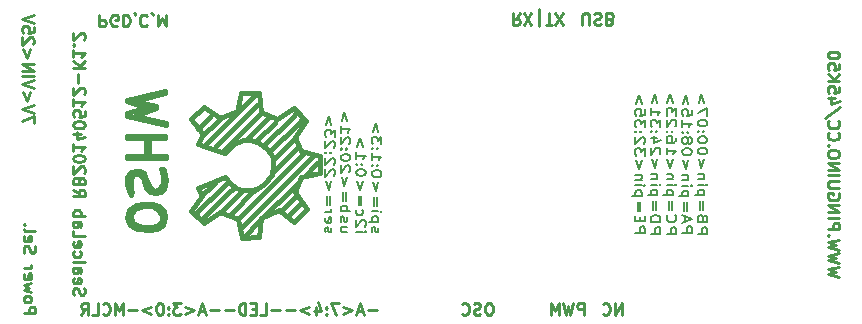
<source format=gbo>
%FSLAX34Y34*%
G04 Gerber Fmt 3.4, Leading zero omitted, Abs format*
G04 (created by PCBNEW (2014-04-11 BZR 4798)-product) date mar. 20 mai 2014 10:15:50 CEST*
%MOIN*%
G01*
G70*
G90*
G04 APERTURE LIST*
%ADD10C,0.003937*%
%ADD11C,0.007874*%
%ADD12C,0.009843*%
%ADD13C,0.015000*%
G04 APERTURE END LIST*
G54D10*
G54D11*
X82752Y-57525D02*
X82737Y-57487D01*
X82737Y-57412D01*
X82752Y-57375D01*
X82782Y-57356D01*
X82797Y-57356D01*
X82827Y-57375D01*
X82842Y-57412D01*
X82842Y-57468D01*
X82857Y-57506D01*
X82887Y-57525D01*
X82902Y-57525D01*
X82932Y-57506D01*
X82947Y-57468D01*
X82947Y-57412D01*
X82932Y-57375D01*
X82947Y-57187D02*
X82632Y-57187D01*
X82932Y-57187D02*
X82947Y-57150D01*
X82947Y-57075D01*
X82932Y-57037D01*
X82917Y-57018D01*
X82887Y-57000D01*
X82797Y-57000D01*
X82767Y-57018D01*
X82752Y-57037D01*
X82737Y-57075D01*
X82737Y-57150D01*
X82752Y-57187D01*
X82737Y-56831D02*
X82947Y-56831D01*
X83052Y-56831D02*
X83037Y-56850D01*
X83022Y-56831D01*
X83037Y-56812D01*
X83052Y-56831D01*
X83022Y-56831D01*
X82902Y-56643D02*
X82902Y-56343D01*
X82812Y-56343D02*
X82812Y-56643D01*
X82947Y-55856D02*
X82857Y-56156D01*
X82767Y-55856D01*
X83052Y-55594D02*
X83052Y-55556D01*
X83037Y-55519D01*
X83022Y-55500D01*
X82992Y-55481D01*
X82932Y-55462D01*
X82857Y-55462D01*
X82797Y-55481D01*
X82767Y-55500D01*
X82752Y-55519D01*
X82737Y-55556D01*
X82737Y-55594D01*
X82752Y-55631D01*
X82767Y-55650D01*
X82797Y-55668D01*
X82857Y-55687D01*
X82932Y-55687D01*
X82992Y-55668D01*
X83022Y-55650D01*
X83037Y-55631D01*
X83052Y-55594D01*
X82767Y-55294D02*
X82752Y-55275D01*
X82737Y-55294D01*
X82752Y-55312D01*
X82767Y-55294D01*
X82737Y-55294D01*
X82932Y-55294D02*
X82917Y-55275D01*
X82902Y-55294D01*
X82917Y-55312D01*
X82932Y-55294D01*
X82902Y-55294D01*
X82737Y-54900D02*
X82737Y-55125D01*
X82737Y-55012D02*
X83052Y-55012D01*
X83007Y-55050D01*
X82977Y-55087D01*
X82962Y-55125D01*
X82767Y-54731D02*
X82752Y-54712D01*
X82737Y-54731D01*
X82752Y-54750D01*
X82767Y-54731D01*
X82737Y-54731D01*
X82932Y-54731D02*
X82917Y-54712D01*
X82902Y-54731D01*
X82917Y-54750D01*
X82932Y-54731D01*
X82902Y-54731D01*
X83052Y-54581D02*
X83052Y-54337D01*
X82932Y-54469D01*
X82932Y-54412D01*
X82917Y-54375D01*
X82902Y-54356D01*
X82872Y-54337D01*
X82797Y-54337D01*
X82767Y-54356D01*
X82752Y-54375D01*
X82737Y-54412D01*
X82737Y-54525D01*
X82752Y-54562D01*
X82767Y-54581D01*
X82947Y-54169D02*
X82857Y-53869D01*
X82767Y-54169D01*
X82217Y-57506D02*
X82427Y-57506D01*
X82532Y-57506D02*
X82517Y-57525D01*
X82502Y-57506D01*
X82517Y-57487D01*
X82532Y-57506D01*
X82502Y-57506D01*
X82502Y-57337D02*
X82517Y-57318D01*
X82532Y-57281D01*
X82532Y-57187D01*
X82517Y-57150D01*
X82502Y-57131D01*
X82472Y-57112D01*
X82442Y-57112D01*
X82397Y-57131D01*
X82217Y-57356D01*
X82217Y-57112D01*
X82232Y-56775D02*
X82217Y-56812D01*
X82217Y-56887D01*
X82232Y-56925D01*
X82247Y-56943D01*
X82277Y-56962D01*
X82367Y-56962D01*
X82397Y-56943D01*
X82412Y-56925D01*
X82427Y-56887D01*
X82427Y-56812D01*
X82412Y-56775D01*
X82382Y-56606D02*
X82382Y-56306D01*
X82292Y-56306D02*
X82292Y-56606D01*
X82427Y-55818D02*
X82337Y-56118D01*
X82247Y-55818D01*
X82532Y-55556D02*
X82532Y-55519D01*
X82517Y-55481D01*
X82502Y-55462D01*
X82472Y-55444D01*
X82412Y-55425D01*
X82337Y-55425D01*
X82277Y-55444D01*
X82247Y-55462D01*
X82232Y-55481D01*
X82217Y-55519D01*
X82217Y-55556D01*
X82232Y-55594D01*
X82247Y-55612D01*
X82277Y-55631D01*
X82337Y-55650D01*
X82412Y-55650D01*
X82472Y-55631D01*
X82502Y-55612D01*
X82517Y-55594D01*
X82532Y-55556D01*
X82247Y-55256D02*
X82232Y-55237D01*
X82217Y-55256D01*
X82232Y-55275D01*
X82247Y-55256D01*
X82217Y-55256D01*
X82412Y-55256D02*
X82397Y-55237D01*
X82382Y-55256D01*
X82397Y-55275D01*
X82412Y-55256D01*
X82382Y-55256D01*
X82217Y-54862D02*
X82217Y-55087D01*
X82217Y-54975D02*
X82532Y-54975D01*
X82487Y-55012D01*
X82457Y-55050D01*
X82442Y-55087D01*
X82427Y-54694D02*
X82337Y-54394D01*
X82247Y-54694D01*
X81907Y-57337D02*
X81697Y-57337D01*
X81907Y-57506D02*
X81742Y-57506D01*
X81712Y-57487D01*
X81697Y-57450D01*
X81697Y-57393D01*
X81712Y-57356D01*
X81727Y-57337D01*
X81712Y-57168D02*
X81697Y-57131D01*
X81697Y-57056D01*
X81712Y-57018D01*
X81742Y-57000D01*
X81757Y-57000D01*
X81787Y-57018D01*
X81802Y-57056D01*
X81802Y-57112D01*
X81817Y-57150D01*
X81847Y-57168D01*
X81862Y-57168D01*
X81892Y-57150D01*
X81907Y-57112D01*
X81907Y-57056D01*
X81892Y-57018D01*
X81697Y-56831D02*
X82012Y-56831D01*
X81892Y-56831D02*
X81907Y-56793D01*
X81907Y-56718D01*
X81892Y-56681D01*
X81877Y-56662D01*
X81847Y-56643D01*
X81757Y-56643D01*
X81727Y-56662D01*
X81712Y-56681D01*
X81697Y-56718D01*
X81697Y-56793D01*
X81712Y-56831D01*
X81862Y-56475D02*
X81862Y-56175D01*
X81772Y-56175D02*
X81772Y-56475D01*
X81907Y-55687D02*
X81817Y-55987D01*
X81727Y-55687D01*
X81982Y-55519D02*
X81997Y-55500D01*
X82012Y-55462D01*
X82012Y-55369D01*
X81997Y-55331D01*
X81982Y-55312D01*
X81952Y-55294D01*
X81922Y-55294D01*
X81877Y-55312D01*
X81697Y-55537D01*
X81697Y-55294D01*
X82012Y-55050D02*
X82012Y-55012D01*
X81997Y-54975D01*
X81982Y-54956D01*
X81952Y-54937D01*
X81892Y-54919D01*
X81817Y-54919D01*
X81757Y-54937D01*
X81727Y-54956D01*
X81712Y-54975D01*
X81697Y-55012D01*
X81697Y-55050D01*
X81712Y-55087D01*
X81727Y-55106D01*
X81757Y-55125D01*
X81817Y-55144D01*
X81892Y-55144D01*
X81952Y-55125D01*
X81982Y-55106D01*
X81997Y-55087D01*
X82012Y-55050D01*
X81727Y-54750D02*
X81712Y-54731D01*
X81697Y-54750D01*
X81712Y-54769D01*
X81727Y-54750D01*
X81697Y-54750D01*
X81892Y-54750D02*
X81877Y-54731D01*
X81862Y-54750D01*
X81877Y-54769D01*
X81892Y-54750D01*
X81862Y-54750D01*
X81982Y-54581D02*
X81997Y-54562D01*
X82012Y-54525D01*
X82012Y-54431D01*
X81997Y-54394D01*
X81982Y-54375D01*
X81952Y-54356D01*
X81922Y-54356D01*
X81877Y-54375D01*
X81697Y-54600D01*
X81697Y-54356D01*
X81697Y-53981D02*
X81697Y-54206D01*
X81697Y-54094D02*
X82012Y-54094D01*
X81967Y-54131D01*
X81937Y-54169D01*
X81922Y-54206D01*
X81907Y-53812D02*
X81817Y-53513D01*
X81727Y-53812D01*
X81192Y-57525D02*
X81177Y-57487D01*
X81177Y-57412D01*
X81192Y-57375D01*
X81222Y-57356D01*
X81237Y-57356D01*
X81267Y-57375D01*
X81282Y-57412D01*
X81282Y-57468D01*
X81297Y-57506D01*
X81327Y-57525D01*
X81342Y-57525D01*
X81372Y-57506D01*
X81387Y-57468D01*
X81387Y-57412D01*
X81372Y-57375D01*
X81192Y-57037D02*
X81177Y-57075D01*
X81177Y-57150D01*
X81192Y-57187D01*
X81222Y-57206D01*
X81342Y-57206D01*
X81372Y-57187D01*
X81387Y-57150D01*
X81387Y-57075D01*
X81372Y-57037D01*
X81342Y-57018D01*
X81312Y-57018D01*
X81282Y-57206D01*
X81177Y-56850D02*
X81387Y-56850D01*
X81327Y-56850D02*
X81357Y-56831D01*
X81372Y-56812D01*
X81387Y-56775D01*
X81387Y-56737D01*
X81342Y-56606D02*
X81342Y-56306D01*
X81252Y-56306D02*
X81252Y-56606D01*
X81387Y-55818D02*
X81297Y-56118D01*
X81207Y-55818D01*
X81462Y-55650D02*
X81477Y-55631D01*
X81492Y-55594D01*
X81492Y-55500D01*
X81477Y-55462D01*
X81462Y-55444D01*
X81432Y-55425D01*
X81402Y-55425D01*
X81357Y-55444D01*
X81177Y-55668D01*
X81177Y-55425D01*
X81462Y-55275D02*
X81477Y-55256D01*
X81492Y-55219D01*
X81492Y-55125D01*
X81477Y-55087D01*
X81462Y-55069D01*
X81432Y-55050D01*
X81402Y-55050D01*
X81357Y-55069D01*
X81177Y-55294D01*
X81177Y-55050D01*
X81207Y-54881D02*
X81192Y-54862D01*
X81177Y-54881D01*
X81192Y-54900D01*
X81207Y-54881D01*
X81177Y-54881D01*
X81372Y-54881D02*
X81357Y-54862D01*
X81342Y-54881D01*
X81357Y-54900D01*
X81372Y-54881D01*
X81342Y-54881D01*
X81462Y-54712D02*
X81477Y-54694D01*
X81492Y-54656D01*
X81492Y-54562D01*
X81477Y-54525D01*
X81462Y-54506D01*
X81432Y-54487D01*
X81402Y-54487D01*
X81357Y-54506D01*
X81177Y-54731D01*
X81177Y-54487D01*
X81492Y-54356D02*
X81492Y-54112D01*
X81372Y-54244D01*
X81372Y-54187D01*
X81357Y-54150D01*
X81342Y-54131D01*
X81312Y-54112D01*
X81237Y-54112D01*
X81207Y-54131D01*
X81192Y-54150D01*
X81177Y-54187D01*
X81177Y-54300D01*
X81192Y-54337D01*
X81207Y-54356D01*
X81387Y-53944D02*
X81297Y-53644D01*
X81207Y-53944D01*
G54D12*
X91059Y-60278D02*
X91059Y-59884D01*
X90834Y-60278D01*
X90834Y-59884D01*
X90421Y-60240D02*
X90440Y-60259D01*
X90496Y-60278D01*
X90534Y-60278D01*
X90590Y-60259D01*
X90628Y-60221D01*
X90646Y-60184D01*
X90665Y-60109D01*
X90665Y-60053D01*
X90646Y-59978D01*
X90628Y-59940D01*
X90590Y-59903D01*
X90534Y-59884D01*
X90496Y-59884D01*
X90440Y-59903D01*
X90421Y-59921D01*
X73643Y-50271D02*
X73643Y-50665D01*
X73793Y-50665D01*
X73831Y-50646D01*
X73850Y-50628D01*
X73868Y-50590D01*
X73868Y-50534D01*
X73850Y-50496D01*
X73831Y-50478D01*
X73793Y-50459D01*
X73643Y-50459D01*
X74243Y-50646D02*
X74206Y-50665D01*
X74150Y-50665D01*
X74093Y-50646D01*
X74056Y-50609D01*
X74037Y-50571D01*
X74018Y-50496D01*
X74018Y-50440D01*
X74037Y-50365D01*
X74056Y-50328D01*
X74093Y-50290D01*
X74150Y-50271D01*
X74187Y-50271D01*
X74243Y-50290D01*
X74262Y-50309D01*
X74262Y-50440D01*
X74187Y-50440D01*
X74431Y-50271D02*
X74431Y-50665D01*
X74525Y-50665D01*
X74581Y-50646D01*
X74618Y-50609D01*
X74637Y-50571D01*
X74656Y-50496D01*
X74656Y-50440D01*
X74637Y-50365D01*
X74618Y-50328D01*
X74581Y-50290D01*
X74525Y-50271D01*
X74431Y-50271D01*
X74843Y-50290D02*
X74843Y-50271D01*
X74824Y-50234D01*
X74806Y-50215D01*
X75237Y-50309D02*
X75218Y-50290D01*
X75162Y-50271D01*
X75124Y-50271D01*
X75068Y-50290D01*
X75031Y-50328D01*
X75012Y-50365D01*
X74993Y-50440D01*
X74993Y-50496D01*
X75012Y-50571D01*
X75031Y-50609D01*
X75068Y-50646D01*
X75124Y-50665D01*
X75162Y-50665D01*
X75218Y-50646D01*
X75237Y-50628D01*
X75424Y-50290D02*
X75424Y-50271D01*
X75406Y-50234D01*
X75387Y-50215D01*
X75593Y-50271D02*
X75593Y-50665D01*
X75724Y-50384D01*
X75856Y-50665D01*
X75856Y-50271D01*
X89753Y-50615D02*
X89753Y-50296D01*
X89771Y-50259D01*
X89790Y-50240D01*
X89828Y-50221D01*
X89903Y-50221D01*
X89940Y-50240D01*
X89959Y-50259D01*
X89978Y-50296D01*
X89978Y-50615D01*
X90146Y-50240D02*
X90203Y-50221D01*
X90296Y-50221D01*
X90334Y-50240D01*
X90353Y-50259D01*
X90371Y-50296D01*
X90371Y-50334D01*
X90353Y-50371D01*
X90334Y-50390D01*
X90296Y-50409D01*
X90221Y-50428D01*
X90184Y-50446D01*
X90165Y-50465D01*
X90146Y-50503D01*
X90146Y-50540D01*
X90165Y-50578D01*
X90184Y-50596D01*
X90221Y-50615D01*
X90315Y-50615D01*
X90371Y-50596D01*
X90671Y-50428D02*
X90728Y-50409D01*
X90746Y-50390D01*
X90765Y-50353D01*
X90765Y-50296D01*
X90746Y-50259D01*
X90728Y-50240D01*
X90690Y-50221D01*
X90540Y-50221D01*
X90540Y-50615D01*
X90671Y-50615D01*
X90709Y-50596D01*
X90728Y-50578D01*
X90746Y-50540D01*
X90746Y-50503D01*
X90728Y-50465D01*
X90709Y-50446D01*
X90671Y-50428D01*
X90540Y-50428D01*
G54D11*
X93596Y-57574D02*
X93911Y-57574D01*
X93911Y-57424D01*
X93896Y-57387D01*
X93881Y-57368D01*
X93851Y-57349D01*
X93806Y-57349D01*
X93776Y-57368D01*
X93761Y-57387D01*
X93746Y-57424D01*
X93746Y-57574D01*
X93761Y-57049D02*
X93746Y-56993D01*
X93731Y-56974D01*
X93701Y-56956D01*
X93656Y-56956D01*
X93626Y-56974D01*
X93611Y-56993D01*
X93596Y-57031D01*
X93596Y-57181D01*
X93911Y-57181D01*
X93911Y-57049D01*
X93896Y-57012D01*
X93881Y-56993D01*
X93851Y-56974D01*
X93821Y-56974D01*
X93791Y-56993D01*
X93776Y-57012D01*
X93761Y-57049D01*
X93761Y-57181D01*
X93761Y-56787D02*
X93761Y-56487D01*
X93671Y-56487D02*
X93671Y-56787D01*
X93806Y-56299D02*
X93491Y-56299D01*
X93791Y-56299D02*
X93806Y-56262D01*
X93806Y-56187D01*
X93791Y-56149D01*
X93776Y-56131D01*
X93746Y-56112D01*
X93656Y-56112D01*
X93626Y-56131D01*
X93611Y-56149D01*
X93596Y-56187D01*
X93596Y-56262D01*
X93611Y-56299D01*
X93596Y-55943D02*
X93806Y-55943D01*
X93911Y-55943D02*
X93896Y-55962D01*
X93881Y-55943D01*
X93896Y-55924D01*
X93911Y-55943D01*
X93881Y-55943D01*
X93806Y-55756D02*
X93596Y-55756D01*
X93776Y-55756D02*
X93791Y-55737D01*
X93806Y-55699D01*
X93806Y-55643D01*
X93791Y-55606D01*
X93761Y-55587D01*
X93596Y-55587D01*
X93806Y-55100D02*
X93716Y-55399D01*
X93626Y-55100D01*
X93911Y-54837D02*
X93911Y-54800D01*
X93896Y-54762D01*
X93881Y-54743D01*
X93851Y-54725D01*
X93791Y-54706D01*
X93716Y-54706D01*
X93656Y-54725D01*
X93626Y-54743D01*
X93611Y-54762D01*
X93596Y-54800D01*
X93596Y-54837D01*
X93611Y-54875D01*
X93626Y-54893D01*
X93656Y-54912D01*
X93716Y-54931D01*
X93791Y-54931D01*
X93851Y-54912D01*
X93881Y-54893D01*
X93896Y-54875D01*
X93911Y-54837D01*
X93911Y-54462D02*
X93911Y-54425D01*
X93896Y-54387D01*
X93881Y-54368D01*
X93851Y-54350D01*
X93791Y-54331D01*
X93716Y-54331D01*
X93656Y-54350D01*
X93626Y-54368D01*
X93611Y-54387D01*
X93596Y-54425D01*
X93596Y-54462D01*
X93611Y-54500D01*
X93626Y-54518D01*
X93656Y-54537D01*
X93716Y-54556D01*
X93791Y-54556D01*
X93851Y-54537D01*
X93881Y-54518D01*
X93896Y-54500D01*
X93911Y-54462D01*
X93626Y-54162D02*
X93611Y-54143D01*
X93596Y-54162D01*
X93611Y-54181D01*
X93626Y-54162D01*
X93596Y-54162D01*
X93791Y-54162D02*
X93776Y-54143D01*
X93761Y-54162D01*
X93776Y-54181D01*
X93791Y-54162D01*
X93761Y-54162D01*
X93911Y-53900D02*
X93911Y-53862D01*
X93896Y-53825D01*
X93881Y-53806D01*
X93851Y-53787D01*
X93791Y-53768D01*
X93716Y-53768D01*
X93656Y-53787D01*
X93626Y-53806D01*
X93611Y-53825D01*
X93596Y-53862D01*
X93596Y-53900D01*
X93611Y-53937D01*
X93626Y-53956D01*
X93656Y-53975D01*
X93716Y-53993D01*
X93791Y-53993D01*
X93851Y-53975D01*
X93881Y-53956D01*
X93896Y-53937D01*
X93911Y-53900D01*
X93911Y-53637D02*
X93911Y-53375D01*
X93596Y-53543D01*
X93806Y-53225D02*
X93716Y-52925D01*
X93626Y-53225D01*
X93077Y-57546D02*
X93392Y-57546D01*
X93392Y-57396D01*
X93377Y-57359D01*
X93362Y-57340D01*
X93332Y-57321D01*
X93287Y-57321D01*
X93257Y-57340D01*
X93242Y-57359D01*
X93227Y-57396D01*
X93227Y-57546D01*
X93167Y-57171D02*
X93167Y-56984D01*
X93077Y-57209D02*
X93392Y-57077D01*
X93077Y-56946D01*
X93242Y-56815D02*
X93242Y-56515D01*
X93152Y-56515D02*
X93152Y-56815D01*
X93287Y-56327D02*
X92972Y-56327D01*
X93272Y-56327D02*
X93287Y-56290D01*
X93287Y-56215D01*
X93272Y-56178D01*
X93257Y-56159D01*
X93227Y-56140D01*
X93137Y-56140D01*
X93107Y-56159D01*
X93092Y-56178D01*
X93077Y-56215D01*
X93077Y-56290D01*
X93092Y-56327D01*
X93077Y-55971D02*
X93287Y-55971D01*
X93392Y-55971D02*
X93377Y-55990D01*
X93362Y-55971D01*
X93377Y-55953D01*
X93392Y-55971D01*
X93362Y-55971D01*
X93287Y-55784D02*
X93077Y-55784D01*
X93257Y-55784D02*
X93272Y-55765D01*
X93287Y-55728D01*
X93287Y-55671D01*
X93272Y-55634D01*
X93242Y-55615D01*
X93077Y-55615D01*
X93287Y-55128D02*
X93197Y-55428D01*
X93107Y-55128D01*
X93392Y-54865D02*
X93392Y-54828D01*
X93377Y-54790D01*
X93362Y-54771D01*
X93332Y-54753D01*
X93272Y-54734D01*
X93197Y-54734D01*
X93137Y-54753D01*
X93107Y-54771D01*
X93092Y-54790D01*
X93077Y-54828D01*
X93077Y-54865D01*
X93092Y-54903D01*
X93107Y-54921D01*
X93137Y-54940D01*
X93197Y-54959D01*
X93272Y-54959D01*
X93332Y-54940D01*
X93362Y-54921D01*
X93377Y-54903D01*
X93392Y-54865D01*
X93257Y-54509D02*
X93272Y-54546D01*
X93287Y-54565D01*
X93317Y-54584D01*
X93332Y-54584D01*
X93362Y-54565D01*
X93377Y-54546D01*
X93392Y-54509D01*
X93392Y-54434D01*
X93377Y-54396D01*
X93362Y-54378D01*
X93332Y-54359D01*
X93317Y-54359D01*
X93287Y-54378D01*
X93272Y-54396D01*
X93257Y-54434D01*
X93257Y-54509D01*
X93242Y-54546D01*
X93227Y-54565D01*
X93197Y-54584D01*
X93137Y-54584D01*
X93107Y-54565D01*
X93092Y-54546D01*
X93077Y-54509D01*
X93077Y-54434D01*
X93092Y-54396D01*
X93107Y-54378D01*
X93137Y-54359D01*
X93197Y-54359D01*
X93227Y-54378D01*
X93242Y-54396D01*
X93257Y-54434D01*
X93107Y-54190D02*
X93092Y-54172D01*
X93077Y-54190D01*
X93092Y-54209D01*
X93107Y-54190D01*
X93077Y-54190D01*
X93272Y-54190D02*
X93257Y-54172D01*
X93242Y-54190D01*
X93257Y-54209D01*
X93272Y-54190D01*
X93242Y-54190D01*
X93077Y-53797D02*
X93077Y-54022D01*
X93077Y-53909D02*
X93392Y-53909D01*
X93347Y-53947D01*
X93317Y-53984D01*
X93302Y-54022D01*
X93392Y-53440D02*
X93392Y-53628D01*
X93242Y-53647D01*
X93257Y-53628D01*
X93272Y-53590D01*
X93272Y-53497D01*
X93257Y-53459D01*
X93242Y-53440D01*
X93212Y-53422D01*
X93137Y-53422D01*
X93107Y-53440D01*
X93092Y-53459D01*
X93077Y-53497D01*
X93077Y-53590D01*
X93092Y-53628D01*
X93107Y-53647D01*
X93287Y-53253D02*
X93197Y-52953D01*
X93107Y-53253D01*
X92557Y-57574D02*
X92872Y-57574D01*
X92872Y-57424D01*
X92857Y-57387D01*
X92842Y-57368D01*
X92812Y-57349D01*
X92767Y-57349D01*
X92737Y-57368D01*
X92722Y-57387D01*
X92707Y-57424D01*
X92707Y-57574D01*
X92587Y-56956D02*
X92572Y-56974D01*
X92557Y-57031D01*
X92557Y-57068D01*
X92572Y-57124D01*
X92602Y-57162D01*
X92632Y-57181D01*
X92692Y-57199D01*
X92737Y-57199D01*
X92797Y-57181D01*
X92827Y-57162D01*
X92857Y-57124D01*
X92872Y-57068D01*
X92872Y-57031D01*
X92857Y-56974D01*
X92842Y-56956D01*
X92722Y-56787D02*
X92722Y-56487D01*
X92632Y-56487D02*
X92632Y-56787D01*
X92767Y-56299D02*
X92452Y-56299D01*
X92752Y-56299D02*
X92767Y-56262D01*
X92767Y-56187D01*
X92752Y-56149D01*
X92737Y-56131D01*
X92707Y-56112D01*
X92617Y-56112D01*
X92587Y-56131D01*
X92572Y-56149D01*
X92557Y-56187D01*
X92557Y-56262D01*
X92572Y-56299D01*
X92557Y-55943D02*
X92767Y-55943D01*
X92872Y-55943D02*
X92857Y-55962D01*
X92842Y-55943D01*
X92857Y-55924D01*
X92872Y-55943D01*
X92842Y-55943D01*
X92767Y-55756D02*
X92557Y-55756D01*
X92737Y-55756D02*
X92752Y-55737D01*
X92767Y-55699D01*
X92767Y-55643D01*
X92752Y-55606D01*
X92722Y-55587D01*
X92557Y-55587D01*
X92767Y-55100D02*
X92677Y-55399D01*
X92587Y-55100D01*
X92557Y-54706D02*
X92557Y-54931D01*
X92557Y-54818D02*
X92872Y-54818D01*
X92827Y-54856D01*
X92797Y-54893D01*
X92782Y-54931D01*
X92872Y-54368D02*
X92872Y-54443D01*
X92857Y-54481D01*
X92842Y-54500D01*
X92797Y-54537D01*
X92737Y-54556D01*
X92617Y-54556D01*
X92587Y-54537D01*
X92572Y-54518D01*
X92557Y-54481D01*
X92557Y-54406D01*
X92572Y-54368D01*
X92587Y-54350D01*
X92617Y-54331D01*
X92692Y-54331D01*
X92722Y-54350D01*
X92737Y-54368D01*
X92752Y-54406D01*
X92752Y-54481D01*
X92737Y-54518D01*
X92722Y-54537D01*
X92692Y-54556D01*
X92587Y-54162D02*
X92572Y-54143D01*
X92557Y-54162D01*
X92572Y-54181D01*
X92587Y-54162D01*
X92557Y-54162D01*
X92752Y-54162D02*
X92737Y-54143D01*
X92722Y-54162D01*
X92737Y-54181D01*
X92752Y-54162D01*
X92722Y-54162D01*
X92842Y-53993D02*
X92857Y-53975D01*
X92872Y-53937D01*
X92872Y-53843D01*
X92857Y-53806D01*
X92842Y-53787D01*
X92812Y-53768D01*
X92782Y-53768D01*
X92737Y-53787D01*
X92557Y-54012D01*
X92557Y-53768D01*
X92872Y-53637D02*
X92872Y-53393D01*
X92752Y-53525D01*
X92752Y-53468D01*
X92737Y-53431D01*
X92722Y-53412D01*
X92692Y-53393D01*
X92617Y-53393D01*
X92587Y-53412D01*
X92572Y-53431D01*
X92557Y-53468D01*
X92557Y-53581D01*
X92572Y-53618D01*
X92587Y-53637D01*
X92767Y-53225D02*
X92677Y-52925D01*
X92587Y-53225D01*
X92037Y-57574D02*
X92352Y-57574D01*
X92352Y-57424D01*
X92337Y-57387D01*
X92322Y-57368D01*
X92292Y-57349D01*
X92247Y-57349D01*
X92217Y-57368D01*
X92202Y-57387D01*
X92187Y-57424D01*
X92187Y-57574D01*
X92037Y-57181D02*
X92352Y-57181D01*
X92352Y-57087D01*
X92337Y-57031D01*
X92307Y-56993D01*
X92277Y-56974D01*
X92217Y-56956D01*
X92172Y-56956D01*
X92112Y-56974D01*
X92082Y-56993D01*
X92052Y-57031D01*
X92037Y-57087D01*
X92037Y-57181D01*
X92202Y-56787D02*
X92202Y-56487D01*
X92112Y-56487D02*
X92112Y-56787D01*
X92247Y-56299D02*
X91932Y-56299D01*
X92232Y-56299D02*
X92247Y-56262D01*
X92247Y-56187D01*
X92232Y-56149D01*
X92217Y-56131D01*
X92187Y-56112D01*
X92097Y-56112D01*
X92067Y-56131D01*
X92052Y-56149D01*
X92037Y-56187D01*
X92037Y-56262D01*
X92052Y-56299D01*
X92037Y-55943D02*
X92247Y-55943D01*
X92352Y-55943D02*
X92337Y-55962D01*
X92322Y-55943D01*
X92337Y-55924D01*
X92352Y-55943D01*
X92322Y-55943D01*
X92247Y-55756D02*
X92037Y-55756D01*
X92217Y-55756D02*
X92232Y-55737D01*
X92247Y-55699D01*
X92247Y-55643D01*
X92232Y-55606D01*
X92202Y-55587D01*
X92037Y-55587D01*
X92247Y-55100D02*
X92157Y-55399D01*
X92067Y-55100D01*
X92322Y-54931D02*
X92337Y-54912D01*
X92352Y-54875D01*
X92352Y-54781D01*
X92337Y-54743D01*
X92322Y-54725D01*
X92292Y-54706D01*
X92262Y-54706D01*
X92217Y-54725D01*
X92037Y-54950D01*
X92037Y-54706D01*
X92247Y-54368D02*
X92037Y-54368D01*
X92367Y-54462D02*
X92142Y-54556D01*
X92142Y-54312D01*
X92067Y-54162D02*
X92052Y-54143D01*
X92037Y-54162D01*
X92052Y-54181D01*
X92067Y-54162D01*
X92037Y-54162D01*
X92232Y-54162D02*
X92217Y-54143D01*
X92202Y-54162D01*
X92217Y-54181D01*
X92232Y-54162D01*
X92202Y-54162D01*
X92352Y-54012D02*
X92352Y-53768D01*
X92232Y-53900D01*
X92232Y-53843D01*
X92217Y-53806D01*
X92202Y-53787D01*
X92172Y-53768D01*
X92097Y-53768D01*
X92067Y-53787D01*
X92052Y-53806D01*
X92037Y-53843D01*
X92037Y-53956D01*
X92052Y-53993D01*
X92067Y-54012D01*
X92037Y-53393D02*
X92037Y-53618D01*
X92037Y-53506D02*
X92352Y-53506D01*
X92307Y-53543D01*
X92277Y-53581D01*
X92262Y-53618D01*
X92247Y-53225D02*
X92157Y-52925D01*
X92067Y-53225D01*
X91518Y-57555D02*
X91833Y-57555D01*
X91833Y-57405D01*
X91818Y-57368D01*
X91803Y-57349D01*
X91773Y-57330D01*
X91728Y-57330D01*
X91698Y-57349D01*
X91683Y-57368D01*
X91668Y-57405D01*
X91668Y-57555D01*
X91683Y-57162D02*
X91683Y-57031D01*
X91518Y-56974D02*
X91518Y-57162D01*
X91833Y-57162D01*
X91833Y-56974D01*
X91683Y-56806D02*
X91683Y-56506D01*
X91593Y-56506D02*
X91593Y-56806D01*
X91728Y-56318D02*
X91413Y-56318D01*
X91713Y-56318D02*
X91728Y-56281D01*
X91728Y-56206D01*
X91713Y-56168D01*
X91698Y-56149D01*
X91668Y-56131D01*
X91578Y-56131D01*
X91548Y-56149D01*
X91533Y-56168D01*
X91518Y-56206D01*
X91518Y-56281D01*
X91533Y-56318D01*
X91518Y-55962D02*
X91728Y-55962D01*
X91833Y-55962D02*
X91818Y-55981D01*
X91803Y-55962D01*
X91818Y-55943D01*
X91833Y-55962D01*
X91803Y-55962D01*
X91728Y-55774D02*
X91518Y-55774D01*
X91698Y-55774D02*
X91713Y-55756D01*
X91728Y-55718D01*
X91728Y-55662D01*
X91713Y-55624D01*
X91683Y-55606D01*
X91518Y-55606D01*
X91728Y-55118D02*
X91638Y-55418D01*
X91548Y-55118D01*
X91833Y-54968D02*
X91833Y-54725D01*
X91713Y-54856D01*
X91713Y-54800D01*
X91698Y-54762D01*
X91683Y-54743D01*
X91653Y-54725D01*
X91578Y-54725D01*
X91548Y-54743D01*
X91533Y-54762D01*
X91518Y-54800D01*
X91518Y-54912D01*
X91533Y-54950D01*
X91548Y-54968D01*
X91803Y-54575D02*
X91818Y-54556D01*
X91833Y-54518D01*
X91833Y-54425D01*
X91818Y-54387D01*
X91803Y-54368D01*
X91773Y-54350D01*
X91743Y-54350D01*
X91698Y-54368D01*
X91518Y-54593D01*
X91518Y-54350D01*
X91548Y-54181D02*
X91533Y-54162D01*
X91518Y-54181D01*
X91533Y-54200D01*
X91548Y-54181D01*
X91518Y-54181D01*
X91713Y-54181D02*
X91698Y-54162D01*
X91683Y-54181D01*
X91698Y-54200D01*
X91713Y-54181D01*
X91683Y-54181D01*
X91833Y-54031D02*
X91833Y-53787D01*
X91713Y-53918D01*
X91713Y-53862D01*
X91698Y-53825D01*
X91683Y-53806D01*
X91653Y-53787D01*
X91578Y-53787D01*
X91548Y-53806D01*
X91533Y-53825D01*
X91518Y-53862D01*
X91518Y-53975D01*
X91533Y-54012D01*
X91548Y-54031D01*
X91833Y-53431D02*
X91833Y-53618D01*
X91683Y-53637D01*
X91698Y-53618D01*
X91713Y-53581D01*
X91713Y-53487D01*
X91698Y-53450D01*
X91683Y-53431D01*
X91653Y-53412D01*
X91578Y-53412D01*
X91548Y-53431D01*
X91533Y-53450D01*
X91518Y-53487D01*
X91518Y-53581D01*
X91533Y-53618D01*
X91548Y-53637D01*
X91728Y-53244D02*
X91638Y-52944D01*
X91548Y-53244D01*
G54D12*
X71465Y-53899D02*
X71465Y-53637D01*
X71071Y-53806D01*
X71465Y-53543D02*
X71071Y-53412D01*
X71465Y-53281D01*
X71334Y-52849D02*
X71221Y-53149D01*
X71109Y-52849D01*
X71465Y-52718D02*
X71071Y-52587D01*
X71465Y-52456D01*
X71071Y-52324D02*
X71465Y-52324D01*
X71071Y-52137D02*
X71465Y-52137D01*
X71071Y-51912D01*
X71465Y-51912D01*
X71334Y-51425D02*
X71221Y-51725D01*
X71109Y-51425D01*
X71428Y-51256D02*
X71446Y-51237D01*
X71465Y-51200D01*
X71465Y-51106D01*
X71446Y-51068D01*
X71428Y-51050D01*
X71390Y-51031D01*
X71353Y-51031D01*
X71296Y-51050D01*
X71071Y-51275D01*
X71071Y-51031D01*
X71465Y-50675D02*
X71465Y-50862D01*
X71278Y-50881D01*
X71296Y-50862D01*
X71315Y-50825D01*
X71315Y-50731D01*
X71296Y-50693D01*
X71278Y-50675D01*
X71240Y-50656D01*
X71146Y-50656D01*
X71109Y-50675D01*
X71090Y-50693D01*
X71071Y-50731D01*
X71071Y-50825D01*
X71090Y-50862D01*
X71109Y-50881D01*
X71465Y-50543D02*
X71071Y-50412D01*
X71465Y-50281D01*
X71121Y-60231D02*
X71515Y-60231D01*
X71515Y-60081D01*
X71496Y-60043D01*
X71478Y-60024D01*
X71440Y-60006D01*
X71384Y-60006D01*
X71346Y-60024D01*
X71328Y-60043D01*
X71309Y-60081D01*
X71309Y-60231D01*
X71121Y-59781D02*
X71140Y-59818D01*
X71159Y-59837D01*
X71196Y-59856D01*
X71309Y-59856D01*
X71346Y-59837D01*
X71365Y-59818D01*
X71384Y-59781D01*
X71384Y-59724D01*
X71365Y-59687D01*
X71346Y-59668D01*
X71309Y-59649D01*
X71196Y-59649D01*
X71159Y-59668D01*
X71140Y-59687D01*
X71121Y-59724D01*
X71121Y-59781D01*
X71384Y-59518D02*
X71121Y-59443D01*
X71309Y-59368D01*
X71121Y-59293D01*
X71384Y-59218D01*
X71140Y-58918D02*
X71121Y-58956D01*
X71121Y-59031D01*
X71140Y-59068D01*
X71178Y-59087D01*
X71328Y-59087D01*
X71365Y-59068D01*
X71384Y-59031D01*
X71384Y-58956D01*
X71365Y-58918D01*
X71328Y-58899D01*
X71290Y-58899D01*
X71253Y-59087D01*
X71121Y-58731D02*
X71384Y-58731D01*
X71309Y-58731D02*
X71346Y-58712D01*
X71365Y-58693D01*
X71384Y-58656D01*
X71384Y-58618D01*
X71140Y-58206D02*
X71121Y-58150D01*
X71121Y-58056D01*
X71140Y-58018D01*
X71159Y-58000D01*
X71196Y-57981D01*
X71234Y-57981D01*
X71271Y-58000D01*
X71290Y-58018D01*
X71309Y-58056D01*
X71328Y-58131D01*
X71346Y-58168D01*
X71365Y-58187D01*
X71403Y-58206D01*
X71440Y-58206D01*
X71478Y-58187D01*
X71496Y-58168D01*
X71515Y-58131D01*
X71515Y-58037D01*
X71496Y-57981D01*
X71140Y-57662D02*
X71121Y-57700D01*
X71121Y-57775D01*
X71140Y-57812D01*
X71178Y-57831D01*
X71328Y-57831D01*
X71365Y-57812D01*
X71384Y-57775D01*
X71384Y-57700D01*
X71365Y-57662D01*
X71328Y-57643D01*
X71290Y-57643D01*
X71253Y-57831D01*
X71121Y-57418D02*
X71140Y-57456D01*
X71178Y-57475D01*
X71515Y-57475D01*
X71159Y-57268D02*
X71140Y-57250D01*
X71121Y-57268D01*
X71140Y-57287D01*
X71159Y-57268D01*
X71121Y-57268D01*
X98315Y-59008D02*
X97921Y-58915D01*
X98203Y-58840D01*
X97921Y-58765D01*
X98315Y-58671D01*
X98315Y-58558D02*
X97921Y-58465D01*
X98203Y-58390D01*
X97921Y-58315D01*
X98315Y-58221D01*
X98315Y-58109D02*
X97921Y-58015D01*
X98203Y-57940D01*
X97921Y-57865D01*
X98315Y-57771D01*
X97959Y-57621D02*
X97940Y-57602D01*
X97921Y-57621D01*
X97940Y-57640D01*
X97959Y-57621D01*
X97921Y-57621D01*
X97921Y-57434D02*
X98315Y-57434D01*
X98315Y-57284D01*
X98296Y-57246D01*
X98278Y-57227D01*
X98240Y-57209D01*
X98184Y-57209D01*
X98146Y-57227D01*
X98128Y-57246D01*
X98109Y-57284D01*
X98109Y-57434D01*
X97921Y-57040D02*
X98315Y-57040D01*
X97921Y-56852D02*
X98315Y-56852D01*
X97921Y-56627D01*
X98315Y-56627D01*
X98296Y-56234D02*
X98315Y-56271D01*
X98315Y-56327D01*
X98296Y-56384D01*
X98259Y-56421D01*
X98221Y-56440D01*
X98146Y-56459D01*
X98090Y-56459D01*
X98015Y-56440D01*
X97978Y-56421D01*
X97940Y-56384D01*
X97921Y-56327D01*
X97921Y-56290D01*
X97940Y-56234D01*
X97959Y-56215D01*
X98090Y-56215D01*
X98090Y-56290D01*
X98315Y-56046D02*
X97996Y-56046D01*
X97959Y-56028D01*
X97940Y-56009D01*
X97921Y-55971D01*
X97921Y-55896D01*
X97940Y-55859D01*
X97959Y-55840D01*
X97996Y-55821D01*
X98315Y-55821D01*
X97921Y-55634D02*
X98315Y-55634D01*
X97921Y-55446D02*
X98315Y-55446D01*
X97921Y-55221D01*
X98315Y-55221D01*
X98315Y-54959D02*
X98315Y-54884D01*
X98296Y-54846D01*
X98259Y-54809D01*
X98184Y-54790D01*
X98053Y-54790D01*
X97978Y-54809D01*
X97940Y-54846D01*
X97921Y-54884D01*
X97921Y-54959D01*
X97940Y-54996D01*
X97978Y-55034D01*
X98053Y-55053D01*
X98184Y-55053D01*
X98259Y-55034D01*
X98296Y-54996D01*
X98315Y-54959D01*
X97959Y-54621D02*
X97940Y-54603D01*
X97921Y-54621D01*
X97940Y-54640D01*
X97959Y-54621D01*
X97921Y-54621D01*
X97959Y-54209D02*
X97940Y-54228D01*
X97921Y-54284D01*
X97921Y-54321D01*
X97940Y-54378D01*
X97978Y-54415D01*
X98015Y-54434D01*
X98090Y-54453D01*
X98146Y-54453D01*
X98221Y-54434D01*
X98259Y-54415D01*
X98296Y-54378D01*
X98315Y-54321D01*
X98315Y-54284D01*
X98296Y-54228D01*
X98278Y-54209D01*
X97959Y-53815D02*
X97940Y-53834D01*
X97921Y-53890D01*
X97921Y-53928D01*
X97940Y-53984D01*
X97978Y-54022D01*
X98015Y-54040D01*
X98090Y-54059D01*
X98146Y-54059D01*
X98221Y-54040D01*
X98259Y-54022D01*
X98296Y-53984D01*
X98315Y-53928D01*
X98315Y-53890D01*
X98296Y-53834D01*
X98278Y-53815D01*
X98334Y-53365D02*
X97828Y-53703D01*
X98184Y-53065D02*
X97921Y-53065D01*
X98334Y-53159D02*
X98053Y-53253D01*
X98053Y-53009D01*
X98315Y-52672D02*
X98315Y-52859D01*
X98128Y-52878D01*
X98146Y-52859D01*
X98165Y-52822D01*
X98165Y-52728D01*
X98146Y-52690D01*
X98128Y-52672D01*
X98090Y-52653D01*
X97996Y-52653D01*
X97959Y-52672D01*
X97940Y-52690D01*
X97921Y-52728D01*
X97921Y-52822D01*
X97940Y-52859D01*
X97959Y-52878D01*
X97921Y-52484D02*
X98315Y-52484D01*
X97921Y-52259D02*
X98146Y-52428D01*
X98315Y-52259D02*
X98090Y-52484D01*
X98315Y-51903D02*
X98315Y-52091D01*
X98128Y-52109D01*
X98146Y-52091D01*
X98165Y-52053D01*
X98165Y-51959D01*
X98146Y-51922D01*
X98128Y-51903D01*
X98090Y-51884D01*
X97996Y-51884D01*
X97959Y-51903D01*
X97940Y-51922D01*
X97921Y-51959D01*
X97921Y-52053D01*
X97940Y-52091D01*
X97959Y-52109D01*
X98315Y-51641D02*
X98315Y-51603D01*
X98296Y-51566D01*
X98278Y-51547D01*
X98240Y-51528D01*
X98165Y-51509D01*
X98071Y-51509D01*
X97996Y-51528D01*
X97959Y-51547D01*
X97940Y-51566D01*
X97921Y-51603D01*
X97921Y-51641D01*
X97940Y-51678D01*
X97959Y-51697D01*
X97996Y-51716D01*
X98071Y-51734D01*
X98165Y-51734D01*
X98240Y-51716D01*
X98278Y-51697D01*
X98296Y-51678D01*
X98315Y-51641D01*
X87659Y-50221D02*
X87528Y-50409D01*
X87434Y-50221D02*
X87434Y-50615D01*
X87584Y-50615D01*
X87621Y-50596D01*
X87640Y-50578D01*
X87659Y-50540D01*
X87659Y-50484D01*
X87640Y-50446D01*
X87621Y-50428D01*
X87584Y-50409D01*
X87434Y-50409D01*
X87790Y-50615D02*
X88053Y-50221D01*
X88053Y-50615D02*
X87790Y-50221D01*
X88296Y-50090D02*
X88296Y-50653D01*
X88521Y-50615D02*
X88746Y-50615D01*
X88634Y-50221D02*
X88634Y-50615D01*
X88840Y-50615D02*
X89103Y-50221D01*
X89103Y-50615D02*
X88840Y-50221D01*
X89803Y-60278D02*
X89803Y-59884D01*
X89653Y-59884D01*
X89615Y-59903D01*
X89596Y-59921D01*
X89578Y-59959D01*
X89578Y-60015D01*
X89596Y-60053D01*
X89615Y-60071D01*
X89653Y-60090D01*
X89803Y-60090D01*
X89446Y-59884D02*
X89353Y-60278D01*
X89278Y-59996D01*
X89203Y-60278D01*
X89109Y-59884D01*
X88959Y-60278D02*
X88959Y-59884D01*
X88828Y-60165D01*
X88696Y-59884D01*
X88696Y-60278D01*
X86671Y-59884D02*
X86596Y-59884D01*
X86559Y-59903D01*
X86521Y-59940D01*
X86503Y-60015D01*
X86503Y-60146D01*
X86521Y-60221D01*
X86559Y-60259D01*
X86596Y-60278D01*
X86671Y-60278D01*
X86709Y-60259D01*
X86746Y-60221D01*
X86765Y-60146D01*
X86765Y-60015D01*
X86746Y-59940D01*
X86709Y-59903D01*
X86671Y-59884D01*
X86353Y-60259D02*
X86296Y-60278D01*
X86203Y-60278D01*
X86165Y-60259D01*
X86146Y-60240D01*
X86128Y-60203D01*
X86128Y-60165D01*
X86146Y-60128D01*
X86165Y-60109D01*
X86203Y-60090D01*
X86278Y-60071D01*
X86315Y-60053D01*
X86334Y-60034D01*
X86353Y-59996D01*
X86353Y-59959D01*
X86334Y-59921D01*
X86315Y-59903D01*
X86278Y-59884D01*
X86184Y-59884D01*
X86128Y-59903D01*
X85734Y-60240D02*
X85753Y-60259D01*
X85809Y-60278D01*
X85846Y-60278D01*
X85903Y-60259D01*
X85940Y-60221D01*
X85959Y-60184D01*
X85978Y-60109D01*
X85978Y-60053D01*
X85959Y-59978D01*
X85940Y-59940D01*
X85903Y-59903D01*
X85846Y-59884D01*
X85809Y-59884D01*
X85753Y-59903D01*
X85734Y-59921D01*
X74434Y-60278D02*
X74434Y-59884D01*
X74303Y-60165D01*
X74171Y-59884D01*
X74171Y-60278D01*
X73759Y-60240D02*
X73778Y-60259D01*
X73834Y-60278D01*
X73871Y-60278D01*
X73928Y-60259D01*
X73965Y-60221D01*
X73984Y-60184D01*
X74003Y-60109D01*
X74003Y-60053D01*
X73984Y-59978D01*
X73965Y-59940D01*
X73928Y-59903D01*
X73871Y-59884D01*
X73834Y-59884D01*
X73778Y-59903D01*
X73759Y-59921D01*
X73403Y-60278D02*
X73590Y-60278D01*
X73590Y-59884D01*
X73046Y-60278D02*
X73178Y-60090D01*
X73271Y-60278D02*
X73271Y-59884D01*
X73121Y-59884D01*
X73084Y-59903D01*
X73065Y-59921D01*
X73046Y-59959D01*
X73046Y-60015D01*
X73065Y-60053D01*
X73084Y-60071D01*
X73121Y-60090D01*
X73271Y-60090D01*
X82902Y-60128D02*
X82602Y-60128D01*
X82433Y-60165D02*
X82246Y-60165D01*
X82471Y-60278D02*
X82340Y-59884D01*
X82208Y-60278D01*
X81777Y-60015D02*
X82077Y-60128D01*
X81777Y-60240D01*
X81627Y-59884D02*
X81365Y-59884D01*
X81534Y-60278D01*
X81215Y-60240D02*
X81196Y-60259D01*
X81215Y-60278D01*
X81234Y-60259D01*
X81215Y-60240D01*
X81215Y-60278D01*
X81215Y-60034D02*
X81196Y-60053D01*
X81215Y-60071D01*
X81234Y-60053D01*
X81215Y-60034D01*
X81215Y-60071D01*
X80859Y-60015D02*
X80859Y-60278D01*
X80952Y-59865D02*
X81046Y-60146D01*
X80802Y-60146D01*
X80652Y-60015D02*
X80352Y-60128D01*
X80652Y-60240D01*
X80165Y-60128D02*
X79865Y-60128D01*
X79678Y-60128D02*
X79378Y-60128D01*
X79003Y-60278D02*
X79190Y-60278D01*
X79190Y-59884D01*
X78871Y-60071D02*
X78740Y-60071D01*
X78684Y-60278D02*
X78871Y-60278D01*
X78871Y-59884D01*
X78684Y-59884D01*
X78515Y-60278D02*
X78515Y-59884D01*
X78421Y-59884D01*
X78365Y-59903D01*
X78328Y-59940D01*
X78309Y-59978D01*
X78290Y-60053D01*
X78290Y-60109D01*
X78309Y-60184D01*
X78328Y-60221D01*
X78365Y-60259D01*
X78421Y-60278D01*
X78515Y-60278D01*
X78121Y-60128D02*
X77821Y-60128D01*
X77634Y-60128D02*
X77334Y-60128D01*
X77165Y-60165D02*
X76978Y-60165D01*
X77203Y-60278D02*
X77072Y-59884D01*
X76940Y-60278D01*
X76509Y-60015D02*
X76809Y-60128D01*
X76509Y-60240D01*
X76359Y-59884D02*
X76115Y-59884D01*
X76247Y-60034D01*
X76190Y-60034D01*
X76153Y-60053D01*
X76134Y-60071D01*
X76115Y-60109D01*
X76115Y-60203D01*
X76134Y-60240D01*
X76153Y-60259D01*
X76190Y-60278D01*
X76303Y-60278D01*
X76340Y-60259D01*
X76359Y-60240D01*
X75947Y-60240D02*
X75928Y-60259D01*
X75947Y-60278D01*
X75965Y-60259D01*
X75947Y-60240D01*
X75947Y-60278D01*
X75947Y-60034D02*
X75928Y-60053D01*
X75947Y-60071D01*
X75965Y-60053D01*
X75947Y-60034D01*
X75947Y-60071D01*
X75684Y-59884D02*
X75647Y-59884D01*
X75609Y-59903D01*
X75591Y-59921D01*
X75572Y-59959D01*
X75553Y-60034D01*
X75553Y-60128D01*
X75572Y-60203D01*
X75591Y-60240D01*
X75609Y-60259D01*
X75647Y-60278D01*
X75684Y-60278D01*
X75722Y-60259D01*
X75741Y-60240D01*
X75759Y-60203D01*
X75778Y-60128D01*
X75778Y-60034D01*
X75759Y-59959D01*
X75741Y-59921D01*
X75722Y-59903D01*
X75684Y-59884D01*
X75384Y-60015D02*
X75084Y-60128D01*
X75384Y-60240D01*
X74897Y-60128D02*
X74597Y-60128D01*
X72790Y-59608D02*
X72771Y-59552D01*
X72771Y-59458D01*
X72790Y-59421D01*
X72809Y-59402D01*
X72846Y-59383D01*
X72884Y-59383D01*
X72921Y-59402D01*
X72940Y-59421D01*
X72959Y-59458D01*
X72978Y-59533D01*
X72996Y-59571D01*
X73015Y-59590D01*
X73053Y-59608D01*
X73090Y-59608D01*
X73128Y-59590D01*
X73146Y-59571D01*
X73165Y-59533D01*
X73165Y-59440D01*
X73146Y-59383D01*
X72790Y-59065D02*
X72771Y-59102D01*
X72771Y-59177D01*
X72790Y-59215D01*
X72828Y-59233D01*
X72978Y-59233D01*
X73015Y-59215D01*
X73034Y-59177D01*
X73034Y-59102D01*
X73015Y-59065D01*
X72978Y-59046D01*
X72940Y-59046D01*
X72903Y-59233D01*
X72771Y-58708D02*
X72978Y-58708D01*
X73015Y-58727D01*
X73034Y-58765D01*
X73034Y-58840D01*
X73015Y-58877D01*
X72790Y-58708D02*
X72771Y-58746D01*
X72771Y-58840D01*
X72790Y-58877D01*
X72828Y-58896D01*
X72865Y-58896D01*
X72903Y-58877D01*
X72921Y-58840D01*
X72921Y-58746D01*
X72940Y-58708D01*
X72771Y-58521D02*
X73165Y-58521D01*
X72790Y-58165D02*
X72771Y-58202D01*
X72771Y-58277D01*
X72790Y-58315D01*
X72809Y-58333D01*
X72846Y-58352D01*
X72959Y-58352D01*
X72996Y-58333D01*
X73015Y-58315D01*
X73034Y-58277D01*
X73034Y-58202D01*
X73015Y-58165D01*
X72790Y-57846D02*
X72771Y-57884D01*
X72771Y-57959D01*
X72790Y-57996D01*
X72828Y-58015D01*
X72978Y-58015D01*
X73015Y-57996D01*
X73034Y-57959D01*
X73034Y-57884D01*
X73015Y-57846D01*
X72978Y-57827D01*
X72940Y-57827D01*
X72903Y-58015D01*
X72771Y-57471D02*
X72771Y-57659D01*
X73165Y-57659D01*
X72771Y-57171D02*
X72978Y-57171D01*
X73015Y-57190D01*
X73034Y-57227D01*
X73034Y-57302D01*
X73015Y-57340D01*
X72790Y-57171D02*
X72771Y-57209D01*
X72771Y-57302D01*
X72790Y-57340D01*
X72828Y-57359D01*
X72865Y-57359D01*
X72903Y-57340D01*
X72921Y-57302D01*
X72921Y-57209D01*
X72940Y-57171D01*
X72771Y-56984D02*
X73165Y-56984D01*
X73015Y-56984D02*
X73034Y-56946D01*
X73034Y-56871D01*
X73015Y-56834D01*
X72996Y-56815D01*
X72959Y-56796D01*
X72846Y-56796D01*
X72809Y-56815D01*
X72790Y-56834D01*
X72771Y-56871D01*
X72771Y-56946D01*
X72790Y-56984D01*
X72771Y-56103D02*
X72959Y-56234D01*
X72771Y-56327D02*
X73165Y-56327D01*
X73165Y-56178D01*
X73146Y-56140D01*
X73128Y-56121D01*
X73090Y-56103D01*
X73034Y-56103D01*
X72996Y-56121D01*
X72978Y-56140D01*
X72959Y-56178D01*
X72959Y-56327D01*
X72978Y-55803D02*
X72959Y-55746D01*
X72940Y-55728D01*
X72903Y-55709D01*
X72846Y-55709D01*
X72809Y-55728D01*
X72790Y-55746D01*
X72771Y-55784D01*
X72771Y-55934D01*
X73165Y-55934D01*
X73165Y-55803D01*
X73146Y-55765D01*
X73128Y-55746D01*
X73090Y-55728D01*
X73053Y-55728D01*
X73015Y-55746D01*
X72996Y-55765D01*
X72978Y-55803D01*
X72978Y-55934D01*
X73128Y-55559D02*
X73146Y-55540D01*
X73165Y-55503D01*
X73165Y-55409D01*
X73146Y-55371D01*
X73128Y-55353D01*
X73090Y-55334D01*
X73053Y-55334D01*
X72996Y-55353D01*
X72771Y-55578D01*
X72771Y-55334D01*
X73165Y-55090D02*
X73165Y-55053D01*
X73146Y-55015D01*
X73128Y-54996D01*
X73090Y-54978D01*
X73015Y-54959D01*
X72921Y-54959D01*
X72846Y-54978D01*
X72809Y-54996D01*
X72790Y-55015D01*
X72771Y-55053D01*
X72771Y-55090D01*
X72790Y-55128D01*
X72809Y-55146D01*
X72846Y-55165D01*
X72921Y-55184D01*
X73015Y-55184D01*
X73090Y-55165D01*
X73128Y-55146D01*
X73146Y-55128D01*
X73165Y-55090D01*
X72771Y-54584D02*
X72771Y-54809D01*
X72771Y-54696D02*
X73165Y-54696D01*
X73109Y-54734D01*
X73071Y-54771D01*
X73053Y-54809D01*
X73034Y-54247D02*
X72771Y-54247D01*
X73184Y-54340D02*
X72903Y-54434D01*
X72903Y-54190D01*
X73165Y-53965D02*
X73165Y-53928D01*
X73146Y-53890D01*
X73128Y-53872D01*
X73090Y-53853D01*
X73015Y-53834D01*
X72921Y-53834D01*
X72846Y-53853D01*
X72809Y-53872D01*
X72790Y-53890D01*
X72771Y-53928D01*
X72771Y-53965D01*
X72790Y-54003D01*
X72809Y-54022D01*
X72846Y-54040D01*
X72921Y-54059D01*
X73015Y-54059D01*
X73090Y-54040D01*
X73128Y-54022D01*
X73146Y-54003D01*
X73165Y-53965D01*
X73165Y-53478D02*
X73165Y-53665D01*
X72978Y-53684D01*
X72996Y-53665D01*
X73015Y-53628D01*
X73015Y-53534D01*
X72996Y-53497D01*
X72978Y-53478D01*
X72940Y-53459D01*
X72846Y-53459D01*
X72809Y-53478D01*
X72790Y-53497D01*
X72771Y-53534D01*
X72771Y-53628D01*
X72790Y-53665D01*
X72809Y-53684D01*
X72771Y-53084D02*
X72771Y-53309D01*
X72771Y-53197D02*
X73165Y-53197D01*
X73109Y-53234D01*
X73071Y-53272D01*
X73053Y-53309D01*
X73128Y-52934D02*
X73146Y-52915D01*
X73165Y-52878D01*
X73165Y-52784D01*
X73146Y-52747D01*
X73128Y-52728D01*
X73090Y-52709D01*
X73053Y-52709D01*
X72996Y-52728D01*
X72771Y-52953D01*
X72771Y-52709D01*
X72921Y-52540D02*
X72921Y-52241D01*
X72771Y-52053D02*
X73165Y-52053D01*
X72771Y-51828D02*
X72996Y-51997D01*
X73165Y-51828D02*
X72940Y-52053D01*
X72771Y-51453D02*
X72771Y-51678D01*
X72771Y-51566D02*
X73165Y-51566D01*
X73109Y-51603D01*
X73071Y-51641D01*
X73053Y-51678D01*
X72809Y-51284D02*
X72790Y-51266D01*
X72771Y-51284D01*
X72790Y-51303D01*
X72809Y-51284D01*
X72771Y-51284D01*
X73128Y-51116D02*
X73146Y-51097D01*
X73165Y-51059D01*
X73165Y-50966D01*
X73146Y-50928D01*
X73128Y-50909D01*
X73090Y-50891D01*
X73053Y-50891D01*
X72996Y-50909D01*
X72771Y-51134D01*
X72771Y-50891D01*
G54D13*
X80688Y-55053D02*
X78365Y-57376D01*
X78877Y-57258D02*
X79074Y-57061D01*
X79507Y-55447D02*
X79389Y-55565D01*
X78326Y-56234D02*
X78405Y-56156D01*
X80294Y-56628D02*
X80373Y-56549D01*
X80098Y-56825D02*
X79940Y-56982D01*
X80098Y-56431D02*
X80216Y-56313D01*
X80098Y-56037D02*
X80294Y-55841D01*
X80885Y-55250D02*
X80964Y-55171D01*
X80688Y-55053D02*
X80806Y-54935D01*
X80294Y-55053D02*
X80491Y-54856D01*
X80098Y-54463D02*
X80137Y-54423D01*
X80098Y-54856D02*
X80255Y-54699D01*
X80294Y-53872D02*
X80413Y-53754D01*
X80098Y-53675D02*
X80216Y-53557D01*
X78129Y-56825D02*
X78011Y-56943D01*
X78720Y-56234D02*
X78838Y-56116D01*
X77145Y-57061D02*
X77066Y-57140D01*
X77932Y-56234D02*
X78129Y-56037D01*
X76948Y-56825D02*
X76869Y-56904D01*
X77735Y-56037D02*
X77932Y-55841D01*
X77342Y-56037D02*
X77499Y-55880D01*
X79113Y-53872D02*
X79310Y-53675D01*
X78917Y-53675D02*
X79035Y-53557D01*
X77539Y-53872D02*
X77696Y-53715D01*
X78720Y-53085D02*
X78877Y-52927D01*
X77342Y-53675D02*
X76948Y-54069D01*
X77539Y-53872D02*
X77145Y-54266D01*
X78720Y-53085D02*
X77145Y-54659D01*
X78917Y-53281D02*
X77539Y-54659D01*
X78917Y-53675D02*
X77735Y-54856D01*
X77342Y-56037D02*
X77145Y-56234D01*
X77735Y-56037D02*
X76948Y-56825D01*
X77932Y-56234D02*
X77145Y-57022D01*
X78326Y-56234D02*
X77735Y-56825D01*
X78720Y-56234D02*
X78129Y-56825D01*
X80885Y-55250D02*
X80491Y-55644D01*
X80294Y-56628D02*
X80098Y-56825D01*
X80098Y-56431D02*
X79704Y-56825D01*
X78917Y-57219D02*
X78523Y-57612D01*
X80098Y-56037D02*
X79113Y-57022D01*
X80294Y-55053D02*
X78326Y-57022D01*
X79113Y-53872D02*
X78523Y-54463D01*
X79507Y-53872D02*
X78917Y-54463D01*
X80098Y-54856D02*
X79507Y-55447D01*
X80098Y-53675D02*
X79113Y-54659D01*
X80294Y-53872D02*
X79310Y-54856D01*
X80098Y-54463D02*
X79507Y-55053D01*
X75452Y-53360D02*
X75216Y-53360D01*
X75885Y-53951D02*
X74586Y-53636D01*
X74586Y-53636D02*
X74586Y-53557D01*
X74586Y-53557D02*
X75137Y-53400D01*
X75137Y-53400D02*
X75137Y-53360D01*
X75137Y-53360D02*
X74586Y-53163D01*
X74586Y-53163D02*
X74586Y-53124D01*
X74586Y-53124D02*
X75846Y-52809D01*
X75846Y-52809D02*
X75846Y-52888D01*
X75846Y-52888D02*
X74822Y-53163D01*
X74822Y-53163D02*
X75531Y-53321D01*
X75531Y-53321D02*
X75531Y-53400D01*
X75531Y-53400D02*
X74822Y-53636D01*
X74822Y-53636D02*
X75885Y-53872D01*
X75885Y-53872D02*
X75885Y-53951D01*
X75294Y-55014D02*
X75294Y-54423D01*
X75294Y-54423D02*
X75216Y-54423D01*
X75216Y-54423D02*
X75216Y-54974D01*
X75846Y-54384D02*
X74586Y-54384D01*
X74586Y-54384D02*
X74586Y-54305D01*
X74586Y-54305D02*
X75846Y-54305D01*
X75846Y-54305D02*
X75846Y-54384D01*
X75885Y-54974D02*
X75885Y-55014D01*
X75885Y-55053D02*
X74586Y-55053D01*
X74586Y-55053D02*
X74586Y-54974D01*
X74586Y-54974D02*
X75885Y-54974D01*
X75767Y-55407D02*
X75806Y-55447D01*
X75806Y-55447D02*
X75846Y-55604D01*
X75846Y-55604D02*
X75885Y-55801D01*
X75885Y-55801D02*
X75806Y-56077D01*
X75806Y-56077D02*
X75688Y-56195D01*
X75688Y-56195D02*
X75491Y-56234D01*
X75491Y-56234D02*
X75334Y-56195D01*
X75334Y-56195D02*
X75216Y-56037D01*
X75216Y-56037D02*
X75137Y-55841D01*
X75137Y-55841D02*
X75098Y-55683D01*
X75098Y-55683D02*
X75019Y-55604D01*
X75019Y-55604D02*
X74901Y-55565D01*
X74901Y-55565D02*
X74783Y-55604D01*
X74783Y-55604D02*
X74704Y-55722D01*
X74704Y-55722D02*
X74704Y-55880D01*
X74704Y-55880D02*
X74704Y-56077D01*
X74704Y-56077D02*
X74743Y-56195D01*
X74743Y-56195D02*
X74704Y-56274D01*
X74704Y-56274D02*
X74625Y-56156D01*
X74625Y-56156D02*
X74586Y-55919D01*
X74586Y-55919D02*
X74586Y-55683D01*
X74586Y-55683D02*
X74704Y-55526D01*
X74704Y-55526D02*
X74901Y-55486D01*
X74901Y-55486D02*
X75019Y-55486D01*
X75019Y-55486D02*
X75137Y-55565D01*
X75137Y-55565D02*
X75216Y-55762D01*
X75216Y-55762D02*
X75294Y-55959D01*
X75294Y-55959D02*
X75413Y-56116D01*
X75413Y-56116D02*
X75531Y-56156D01*
X75531Y-56156D02*
X75649Y-56077D01*
X75649Y-56077D02*
X75767Y-55919D01*
X75767Y-55919D02*
X75767Y-55683D01*
X75767Y-55683D02*
X75728Y-55526D01*
X75728Y-55526D02*
X75688Y-55407D01*
X75728Y-57022D02*
X75728Y-57140D01*
X75728Y-57140D02*
X75609Y-57297D01*
X75609Y-57297D02*
X75413Y-57337D01*
X75413Y-57337D02*
X75098Y-57337D01*
X75098Y-57337D02*
X74901Y-57297D01*
X74901Y-57297D02*
X74783Y-57219D01*
X74783Y-57219D02*
X74704Y-57061D01*
X74704Y-57061D02*
X74704Y-56904D01*
X74704Y-56904D02*
X74822Y-56746D01*
X74822Y-56746D02*
X75098Y-56667D01*
X75098Y-56667D02*
X75413Y-56667D01*
X75413Y-56667D02*
X75570Y-56746D01*
X75570Y-56746D02*
X75649Y-56825D01*
X75649Y-56825D02*
X75728Y-56982D01*
X75846Y-57022D02*
X75806Y-57179D01*
X75806Y-57179D02*
X75767Y-57297D01*
X75767Y-57297D02*
X75570Y-57415D01*
X75570Y-57415D02*
X75334Y-57455D01*
X75334Y-57455D02*
X74901Y-57415D01*
X74901Y-57415D02*
X74665Y-57297D01*
X74665Y-57297D02*
X74586Y-57061D01*
X74586Y-57061D02*
X74625Y-56785D01*
X74625Y-56785D02*
X74861Y-56628D01*
X74861Y-56628D02*
X75137Y-56589D01*
X75137Y-56589D02*
X75413Y-56589D01*
X75413Y-56589D02*
X75649Y-56667D01*
X75649Y-56667D02*
X75806Y-56825D01*
X75806Y-56825D02*
X75846Y-57022D01*
X77853Y-55683D02*
X78011Y-55880D01*
X78011Y-55880D02*
X78208Y-56037D01*
X78208Y-56037D02*
X78405Y-56116D01*
X78405Y-56116D02*
X78680Y-56116D01*
X78680Y-56116D02*
X78916Y-56076D01*
X78916Y-56076D02*
X79153Y-55919D01*
X79153Y-55919D02*
X79389Y-55604D01*
X79389Y-55604D02*
X79428Y-55289D01*
X79428Y-55289D02*
X79428Y-55013D01*
X79428Y-55013D02*
X79231Y-54738D01*
X79231Y-54738D02*
X78956Y-54541D01*
X78956Y-54541D02*
X78720Y-54462D01*
X78720Y-54462D02*
X78444Y-54462D01*
X78444Y-54462D02*
X78129Y-54580D01*
X78129Y-54580D02*
X77932Y-54777D01*
X77932Y-54777D02*
X77853Y-54895D01*
X77814Y-54895D02*
X76928Y-54600D01*
X76928Y-54600D02*
X77105Y-54265D01*
X77105Y-54265D02*
X76712Y-53754D01*
X76712Y-53754D02*
X77145Y-53360D01*
X77145Y-53360D02*
X77657Y-53714D01*
X77657Y-53714D02*
X78168Y-53517D01*
X78168Y-53517D02*
X78247Y-53517D01*
X78247Y-53517D02*
X78365Y-52887D01*
X78365Y-52887D02*
X78956Y-52887D01*
X78956Y-52887D02*
X79034Y-53517D01*
X79034Y-53517D02*
X79586Y-53754D01*
X79586Y-53754D02*
X80137Y-53399D01*
X80137Y-53399D02*
X80531Y-53832D01*
X80531Y-53832D02*
X80176Y-54344D01*
X80176Y-54344D02*
X80373Y-54817D01*
X80373Y-54817D02*
X81003Y-54974D01*
X81003Y-54974D02*
X81003Y-55565D01*
X81003Y-55565D02*
X80373Y-55683D01*
X80373Y-55683D02*
X80176Y-56195D01*
X80176Y-56195D02*
X80570Y-56746D01*
X80570Y-56746D02*
X80137Y-57179D01*
X80137Y-57179D02*
X79625Y-56785D01*
X79625Y-56785D02*
X79034Y-57061D01*
X79034Y-57061D02*
X78956Y-57691D01*
X78956Y-57691D02*
X78405Y-57730D01*
X78405Y-57730D02*
X78286Y-57100D01*
X78286Y-57100D02*
X77657Y-56864D01*
X77657Y-56864D02*
X77145Y-57218D01*
X77145Y-57218D02*
X76712Y-56824D01*
X76712Y-56824D02*
X77066Y-56313D01*
X77066Y-56313D02*
X76948Y-56037D01*
X76948Y-56037D02*
X77853Y-55683D01*
M02*

</source>
